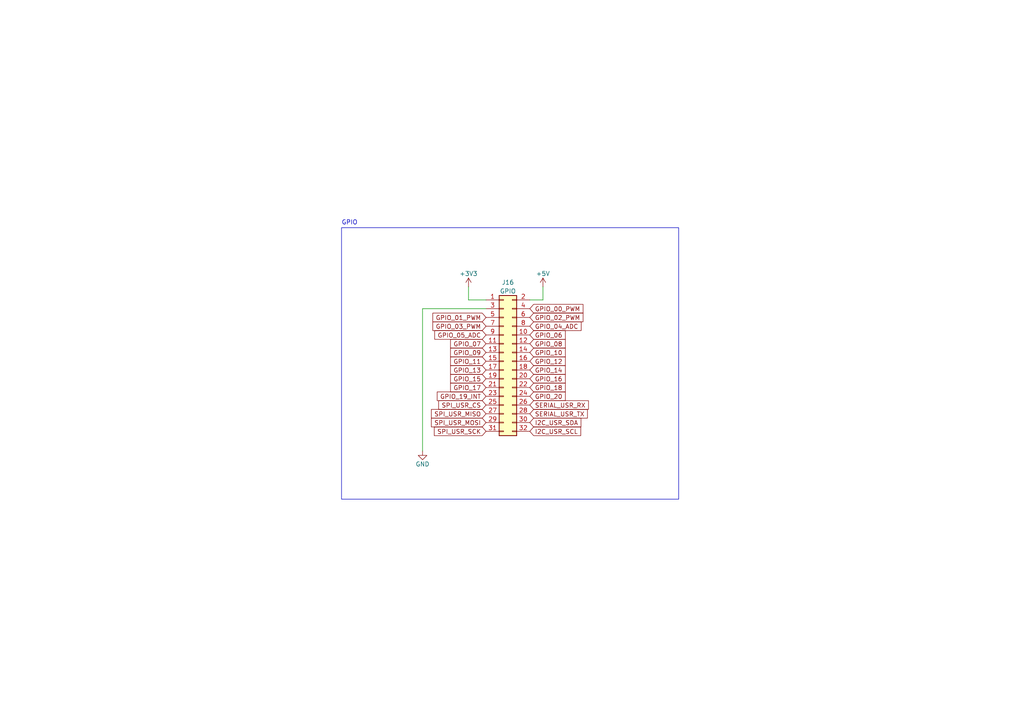
<source format=kicad_sch>
(kicad_sch (version 20230121) (generator eeschema)
  (paper "A4")
  (lib_symbols
    (symbol "Connector_Generic:Conn_02x16_Odd_Even" (pin_names (offset 1.016) hide)
      (property "Reference" "J" (at 1.27 20.32 0))
      (property "Value" "Conn_02x16_Odd_Even" (at 1.27 -22.86 0))
      (symbol "Conn_02x16_Odd_Even_1_1"
        (rectangle (start -1.27 -20.193) (end 0 -20.447) (stroke (width 0.1524)))
        (rectangle (start -1.27 -17.653) (end 0 -17.907) (stroke (width 0.1524)))
        (rectangle (start -1.27 -15.113) (end 0 -15.367) (stroke (width 0.1524)))
        (rectangle (start -1.27 -12.573) (end 0 -12.827) (stroke (width 0.1524)))
        (rectangle (start -1.27 -10.033) (end 0 -10.287) (stroke (width 0.1524)))
        (rectangle (start -1.27 -7.493) (end 0 -7.747) (stroke (width 0.1524)))
        (rectangle (start -1.27 -4.953) (end 0 -5.207) (stroke (width 0.1524)))
        (rectangle (start -1.27 -2.413) (end 0 -2.667) (stroke (width 0.1524)))
        (rectangle (start -1.27 0.127) (end 0 -0.127) (stroke (width 0.1524)))
        (rectangle (start -1.27 2.667) (end 0 2.413) (stroke (width 0.1524)))
        (rectangle (start -1.27 5.207) (end 0 4.953) (stroke (width 0.1524)))
        (rectangle (start -1.27 7.747) (end 0 7.493) (stroke (width 0.1524)))
        (rectangle (start -1.27 10.287) (end 0 10.033) (stroke (width 0.1524)))
        (rectangle (start -1.27 12.827) (end 0 12.573) (stroke (width 0.1524)))
        (rectangle (start -1.27 15.367) (end 0 15.113) (stroke (width 0.1524)))
        (rectangle (start -1.27 17.907) (end 0 17.653) (stroke (width 0.1524)))
        (rectangle (start -1.27 19.05) (end 3.81 -21.59) (stroke (width 0.254)) (fill (type background)))
        (rectangle (start 3.81 -20.193) (end 2.54 -20.447) (stroke (width 0.1524)))
        (rectangle (start 3.81 -17.653) (end 2.54 -17.907) (stroke (width 0.1524)))
        (rectangle (start 3.81 -15.113) (end 2.54 -15.367) (stroke (width 0.1524)))
        (rectangle (start 3.81 -12.573) (end 2.54 -12.827) (stroke (width 0.1524)))
        (rectangle (start 3.81 -10.033) (end 2.54 -10.287) (stroke (width 0.1524)))
        (rectangle (start 3.81 -7.493) (end 2.54 -7.747) (stroke (width 0.1524)))
        (rectangle (start 3.81 -4.953) (end 2.54 -5.207) (stroke (width 0.1524)))
        (rectangle (start 3.81 -2.413) (end 2.54 -2.667) (stroke (width 0.1524)))
        (rectangle (start 3.81 0.127) (end 2.54 -0.127) (stroke (width 0.1524)))
        (rectangle (start 3.81 2.667) (end 2.54 2.413) (stroke (width 0.1524)))
        (rectangle (start 3.81 5.207) (end 2.54 4.953) (stroke (width 0.1524)))
        (rectangle (start 3.81 7.747) (end 2.54 7.493) (stroke (width 0.1524)))
        (rectangle (start 3.81 10.287) (end 2.54 10.033) (stroke (width 0.1524)))
        (rectangle (start 3.81 12.827) (end 2.54 12.573) (stroke (width 0.1524)))
        (rectangle (start 3.81 15.367) (end 2.54 15.113) (stroke (width 0.1524)))
        (rectangle (start 3.81 17.907) (end 2.54 17.653) (stroke (width 0.1524)))
        (pin passive line (at -5.08 17.78 0) (length 3.81) (name "Pin_1") (number "1"))
        (pin passive line (at 7.62 7.62 180) (length 3.81) (name "Pin_10") (number "10"))
        (pin passive line (at -5.08 5.08 0) (length 3.81) (name "Pin_11") (number "11"))
        (pin passive line (at 7.62 5.08 180) (length 3.81) (name "Pin_12") (number "12"))
        (pin passive line (at -5.08 2.54 0) (length 3.81) (name "Pin_13") (number "13"))
        (pin passive line (at 7.62 2.54 180) (length 3.81) (name "Pin_14") (number "14"))
        (pin passive line (at -5.08 0 0) (length 3.81) (name "Pin_15") (number "15"))
        (pin passive line (at 7.62 0 180) (length 3.81) (name "Pin_16") (number "16"))
        (pin passive line (at -5.08 -2.54 0) (length 3.81) (name "Pin_17") (number "17"))
        (pin passive line (at 7.62 -2.54 180) (length 3.81) (name "Pin_18") (number "18"))
        (pin passive line (at -5.08 -5.08 0) (length 3.81) (name "Pin_19") (number "19"))
        (pin passive line (at 7.62 17.78 180) (length 3.81) (name "Pin_2") (number "2"))
        (pin passive line (at 7.62 -5.08 180) (length 3.81) (name "Pin_20") (number "20"))
        (pin passive line (at -5.08 -7.62 0) (length 3.81) (name "Pin_21") (number "21"))
        (pin passive line (at 7.62 -7.62 180) (length 3.81) (name "Pin_22") (number "22"))
        (pin passive line (at -5.08 -10.16 0) (length 3.81) (name "Pin_23") (number "23"))
        (pin passive line (at 7.62 -10.16 180) (length 3.81) (name "Pin_24") (number "24"))
        (pin passive line (at -5.08 -12.7 0) (length 3.81) (name "Pin_25") (number "25"))
        (pin passive line (at 7.62 -12.7 180) (length 3.81) (name "Pin_26") (number "26"))
        (pin passive line (at -5.08 -15.24 0) (length 3.81) (name "Pin_27") (number "27"))
        (pin passive line (at 7.62 -15.24 180) (length 3.81) (name "Pin_28") (number "28"))
        (pin passive line (at -5.08 -17.78 0) (length 3.81) (name "Pin_29") (number "29"))
        (pin passive line (at -5.08 15.24 0) (length 3.81) (name "Pin_3") (number "3"))
        (pin passive line (at 7.62 -17.78 180) (length 3.81) (name "Pin_30") (number "30"))
        (pin passive line (at -5.08 -20.32 0) (length 3.81) (name "Pin_31") (number "31"))
        (pin passive line (at 7.62 -20.32 180) (length 3.81) (name "Pin_32") (number "32"))
        (pin passive line (at 7.62 15.24 180) (length 3.81) (name "Pin_4") (number "4"))
        (pin passive line (at -5.08 12.7 0) (length 3.81) (name "Pin_5") (number "5"))
        (pin passive line (at 7.62 12.7 180) (length 3.81) (name "Pin_6") (number "6"))
        (pin passive line (at -5.08 10.16 0) (length 3.81) (name "Pin_7") (number "7"))
        (pin passive line (at 7.62 10.16 180) (length 3.81) (name "Pin_8") (number "8"))
        (pin passive line (at -5.08 7.62 0) (length 3.81) (name "Pin_9") (number "9"))
      )
    )
    (symbol "power:+3V3" (power) (pin_names (offset 0))
      (property "Value" "+3V3" (at 0 3.556 0))
      (symbol "+3V3_0_1"
        (polyline (pts (xy -0.762 1.27) (xy 0 2.54)))
        (polyline (pts (xy 0 0) (xy 0 2.54)))
        (polyline (pts (xy 0 2.54) (xy 0.762 1.27)))
      )
      (symbol "+3V3_1_1"
        (pin power_in line (at 0 0 90) (length 0) hide (name "+3V3") (number "1"))
      )
    )
    (symbol "power:+5V" (power) (pin_names (offset 0))
      (property "Value" "+5V" (at 0 3.556 0))
      (symbol "+5V_0_1"
        (polyline (pts (xy -0.762 1.27) (xy 0 2.54)))
        (polyline (pts (xy 0 0) (xy 0 2.54)))
        (polyline (pts (xy 0 2.54) (xy 0.762 1.27)))
      )
      (symbol "+5V_1_1"
        (pin power_in line (at 0 0 90) (length 0) hide (name "+5V") (number "1"))
      )
    )
    (symbol "power:GND" (power) (pin_names (offset 0))
      (property "Value" "GND" (at 0 -3.81 0))
      (symbol "GND_0_1"
        (polyline (pts (xy 0 0) (xy 0 -1.27) (xy 1.27 -1.27) (xy 0 -2.54) (xy -1.27 -1.27) (xy 0 -1.27)))
      )
      (symbol "GND_1_1"
        (pin power_in line (at 0 0 270) (length 0) hide (name "GND") (number "1"))
      )
    )
  )
  (wire (pts (xy 140.97 89.535) (xy 122.555 89.535)))
  (wire (pts (xy 122.555 89.535) (xy 122.555 130.81)))
  (wire (pts (xy 135.89 86.995) (xy 135.89 83.185)))
  (wire (pts (xy 153.67 86.995) (xy 157.48 86.995)))
  (wire (pts (xy 157.48 83.185) (xy 157.48 86.995)))
  (wire (pts (xy 140.97 86.995) (xy 135.89 86.995)))
  (rectangle (start 99.06 66.04) (end 196.85 144.78))
  (text "GPIO" (at 99.06 65.405 0) (effects (font (size 1.27 1.27)) (justify left bottom)))
  (global_label "SPI_USR_CS" (shape input) (at 140.97 117.475 180) (property "Intersheetrefs" "${INTERSHEET_REFS}" (effects hide)))
  (global_label "GPIO_06" (shape input) (at 153.67 97.155 0) (property "Intersheetrefs" "${INTERSHEET_REFS}" (effects hide)))
  (global_label "GPIO_12" (shape input) (at 153.67 104.775 0) (property "Intersheetrefs" "${INTERSHEET_REFS}" (effects hide)))
  (global_label "GPIO_07" (shape input) (at 140.97 99.695 180) (property "Intersheetrefs" "${INTERSHEET_REFS}" (effects hide)))
  (global_label "GPIO_03_PWM" (shape input) (at 140.97 94.615 180) (property "Intersheetrefs" "${INTERSHEET_REFS}" (effects hide)))
  (global_label "I2C_USR_SCL" (shape input) (at 153.67 125.095 0) (property "Intersheetrefs" "${INTERSHEET_REFS}" (effects hide)))
  (global_label "SERIAL_USR_RX" (shape input) (at 153.67 117.475 0) (property "Intersheetrefs" "${INTERSHEET_REFS}" (effects hide)))
  (global_label "GPIO_10" (shape input) (at 153.67 102.235 0) (property "Intersheetrefs" "${INTERSHEET_REFS}" (effects hide)))
  (global_label "GPIO_11" (shape input) (at 140.97 104.775 180) (property "Intersheetrefs" "${INTERSHEET_REFS}" (effects hide)))
  (global_label "GPIO_02_PWM" (shape input) (at 153.67 92.075 0) (property "Intersheetrefs" "${INTERSHEET_REFS}" (effects hide)))
  (global_label "GPIO_08" (shape input) (at 153.67 99.695 0) (property "Intersheetrefs" "${INTERSHEET_REFS}" (effects hide)))
  (global_label "GPIO_13" (shape input) (at 140.97 107.315 180) (property "Intersheetrefs" "${INTERSHEET_REFS}" (effects hide)))
  (global_label "GPIO_04_ADC" (shape input) (at 153.67 94.615 0) (property "Intersheetrefs" "${INTERSHEET_REFS}" (effects hide)))
  (global_label "I2C_USR_SDA" (shape input) (at 153.67 122.555 0) (property "Intersheetrefs" "${INTERSHEET_REFS}" (effects hide)))
  (global_label "SERIAL_USR_TX" (shape input) (at 153.67 120.015 0) (property "Intersheetrefs" "${INTERSHEET_REFS}" (effects hide)))
  (global_label "GPIO_00_PWM" (shape input) (at 153.67 89.535 0) (property "Intersheetrefs" "${INTERSHEET_REFS}" (effects hide)))
  (global_label "GPIO_18" (shape input) (at 153.67 112.395 0) (property "Intersheetrefs" "${INTERSHEET_REFS}" (effects hide)))
  (global_label "GPIO_09" (shape input) (at 140.97 102.235 180) (property "Intersheetrefs" "${INTERSHEET_REFS}" (effects hide)))
  (global_label "GPIO_19_INT" (shape input) (at 140.97 114.935 180) (property "Intersheetrefs" "${INTERSHEET_REFS}" (effects hide)))
  (global_label "GPIO_05_ADC" (shape input) (at 140.97 97.155 180) (property "Intersheetrefs" "${INTERSHEET_REFS}" (effects hide)))
  (global_label "GPIO_15" (shape input) (at 140.97 109.855 180) (property "Intersheetrefs" "${INTERSHEET_REFS}" (effects hide)))
  (global_label "SPI_USR_MISO" (shape input) (at 140.97 120.015 180) (property "Intersheetrefs" "${INTERSHEET_REFS}" (effects hide)))
  (global_label "SPI_USR_MOSI" (shape input) (at 140.97 122.555 180) (property "Intersheetrefs" "${INTERSHEET_REFS}" (effects hide)))
  (global_label "GPIO_20" (shape input) (at 153.67 114.935 0) (property "Intersheetrefs" "${INTERSHEET_REFS}" (effects hide)))
  (global_label "GPIO_16" (shape input) (at 153.67 109.855 0) (property "Intersheetrefs" "${INTERSHEET_REFS}" (effects hide)))
  (global_label "SPI_USR_SCK" (shape input) (at 140.97 125.095 180) (property "Intersheetrefs" "${INTERSHEET_REFS}" (effects hide)))
  (global_label "GPIO_14" (shape input) (at 153.67 107.315 0) (property "Intersheetrefs" "${INTERSHEET_REFS}" (effects hide)))
  (global_label "GPIO_01_PWM" (shape input) (at 140.97 92.075 180) (property "Intersheetrefs" "${INTERSHEET_REFS}" (effects hide)))
  (global_label "GPIO_17" (shape input) (at 140.97 112.395 180) (property "Intersheetrefs" "${INTERSHEET_REFS}" (effects hide)))
  (symbol (lib_id "Connector_Generic:Conn_02x16_Odd_Even") (at 146.05 104.775 0) (unit 1)
    (property "Reference" "J16" (at 147.32 81.915 0))
    (property "Value" "GPIO" (at 147.32 84.455 0))
  )
  (symbol (lib_id "power:GND") (at 122.555 130.81 0) (unit 1)
    (property "Reference" "#PWR0129" (effects hide))
    (property "Value" "GND" (at 122.555 134.62 0))
    (instances (project "KLST_PANDA" (path "" (reference "#PWR0129") (unit 1)) (path "" (reference "#PWR087") (unit 1))))
  )
  (symbol (lib_id "power:+5V") (at 157.48 83.185 0) (unit 1)
    (property "Reference" "#PWR0121" (effects hide))
    (property "Value" "+5V" (at 157.48 79.375 0))
    (instances (project "KLST_PANDA" (path "" (reference "#PWR0121") (unit 1)) (path "" (reference "#PWR088") (unit 1))))
  )
  (symbol (lib_id "power:+3V3") (at 135.89 83.185 0) (unit 1)
    (property "Reference" "#PWR0127" (effects hide))
    (property "Value" "+3V3" (at 135.89 79.375 0))
    (instances (project "KLST_PANDA" (path "" (reference "#PWR0127") (unit 1)) (path "" (reference "#PWR089") (unit 1))))
  )
)
</source>
